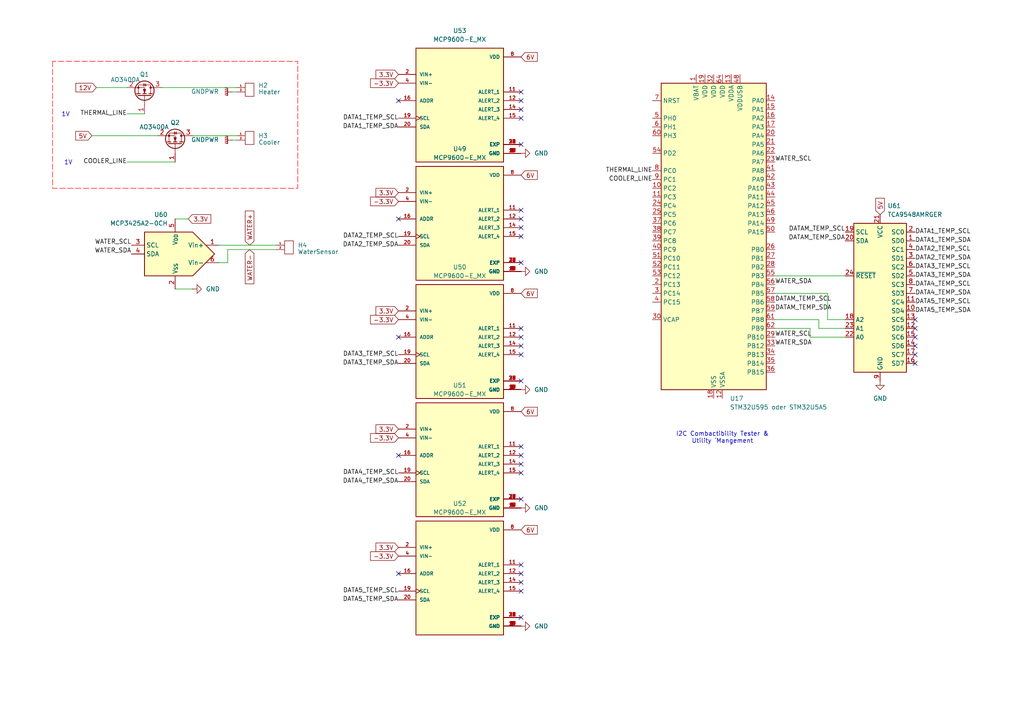
<source format=kicad_sch>
(kicad_sch (version 20250114) (generator "eeschema") (generator_version "9.0")
  (paper "A4")
  (title_block (title "SATELLITE EDGE Module - Rewo") (date "2025-08-03") (rev "1") (company "Duy Nam Schlitz"))
  (lib_symbols
    (symbol "Analog_ADC:MCP3425Axx-xCH"
      (property "Reference" "U" (at -10.16 7.62 0))
      (property "Value" "MCP3425Axx-xCH" (at 2.54 7.62 0))
      (symbol "MCP3425Axx-xCH_0_1"
        (polyline (pts (xy -5.08 6.35) (xy 8.89 6.35) (xy 8.89 0) (xy 8.89 -6.35) (xy -5.08 -6.35) (xy -11.43 0) (xy -5.08 6.35)) (stroke (width 0.254)) (fill (type background)))
      )
      (symbol "MCP3425Axx-xCH_1_1"
        (pin passive line (at -12.7 2.54 0) (length 3.81) (name "Vin+") (number "1"))
        (pin passive line (at -12.7 -2.54 0) (length 3.81) (name "Vin-") (number "6"))
        (pin power_in line (at 0 10.16 270) (length 3.81) (name "V_{DD}") (number "5"))
        (pin power_in line (at 0 -10.16 90) (length 3.81) (name "V_{SS}") (number "2"))
        (pin input line (at 12.7 2.54 180) (length 3.81) (name "SCL") (number "3"))
        (pin bidirectional line (at 12.7 0 180) (length 3.81) (name "SDA") (number "4"))
      )
    )
    (symbol "Interface_Expansion:TCA9548AMRGER"
      (property "Reference" "U" (at -7.62 21.59 0))
      (property "Value" "TCA9548AMRGER" (at 1.016 21.59 0))
      (symbol "TCA9548AMRGER_0_1"
        (rectangle (start -7.62 20.32) (end 7.62 -22.86) (stroke (width 0.254)) (fill (type background)))
      )
      (symbol "TCA9548AMRGER_1_1"
        (pin input line (at -10.16 17.78 0) (length 2.54) (name "SCL") (number "19"))
        (pin bidirectional line (at -10.16 15.24 0) (length 2.54) (name "SDA") (number "20"))
        (pin input line (at -10.16 5.08 0) (length 2.54) (name "~{RESET}") (number "24"))
        (pin input line (at -10.16 -7.62 0) (length 2.54) (name "A2") (number "18"))
        (pin input line (at -10.16 -10.16 0) (length 2.54) (name "A1") (number "23"))
        (pin input line (at -10.16 -12.7 0) (length 2.54) (name "A0") (number "22"))
        (pin no_connect line (at -7.62 -15.24 0) (length 2.54) (hide yes) (name "1EP") (number "25"))
        (pin power_in line (at 0 22.86 270) (length 2.54) (name "VCC") (number "21"))
        (pin power_in line (at 0 -25.4 90) (length 2.54) (name "GND") (number "9"))
        (pin output line (at 10.16 17.78 180) (length 2.54) (name "SC0") (number "2"))
        (pin bidirectional line (at 10.16 15.24 180) (length 2.54) (name "SD0") (number "1"))
        (pin output line (at 10.16 12.7 180) (length 2.54) (name "SC1") (number "4"))
        (pin bidirectional line (at 10.16 10.16 180) (length 2.54) (name "SD1") (number "3"))
        (pin output line (at 10.16 7.62 180) (length 2.54) (name "SC2") (number "6"))
        (pin bidirectional line (at 10.16 5.08 180) (length 2.54) (name "SD2") (number "5"))
        (pin output line (at 10.16 2.54 180) (length 2.54) (name "SC3") (number "8"))
        (pin bidirectional line (at 10.16 0 180) (length 2.54) (name "SD3") (number "7"))
        (pin output line (at 10.16 -2.54 180) (length 2.54) (name "SC4") (number "11"))
        (pin bidirectional line (at 10.16 -5.08 180) (length 2.54) (name "SD4") (number "10"))
        (pin output line (at 10.16 -7.62 180) (length 2.54) (name "SC5") (number "13"))
        (pin bidirectional line (at 10.16 -10.16 180) (length 2.54) (name "SD5") (number "12"))
        (pin output line (at 10.16 -12.7 180) (length 2.54) (name "SC6") (number "15"))
        (pin bidirectional line (at 10.16 -15.24 180) (length 2.54) (name "SD6") (number "14"))
        (pin output line (at 10.16 -17.78 180) (length 2.54) (name "SC7") (number "17"))
        (pin bidirectional line (at 10.16 -20.32 180) (length 2.54) (name "SD7") (number "16"))
      )
    )
    (symbol "MCP9600-E_MX:MCP9600-E_MX" (pin_names (offset 1.016))
      (property "Reference" "U" (at -12.7 19.05 0))
      (property "Value" "MCP9600-E_MX" (at -12.7 -16.51 0))
      (symbol "MCP9600-E_MX_0_0"
        (rectangle (start -12.7 -15.24) (end 12.7 17.78) (stroke (width 0.254)) (fill (type background)))
        (pin input line (at -17.78 10.16 0) (length 5.08) (name "VIN+") (number "2"))
        (pin input line (at -17.78 7.62 0) (length 5.08) (name "VIN-") (number "4"))
        (pin input line (at -17.78 2.54 0) (length 5.08) (name "ADDR") (number "16"))
        (pin input clock (at -17.78 -2.54 0) (length 5.08) (name "SCL") (number "19"))
        (pin bidirectional line (at -17.78 -5.08 0) (length 5.08) (name "SDA") (number "20"))
        (pin power_in line (at 17.78 15.24 180) (length 5.08) (name "VDD") (number "8"))
        (pin output line (at 17.78 5.08 180) (length 5.08) (name "ALERT_1") (number "11"))
        (pin output line (at 17.78 2.54 180) (length 5.08) (name "ALERT_2") (number "12"))
        (pin output line (at 17.78 0 180) (length 5.08) (name "ALERT_3") (number "14"))
        (pin output line (at 17.78 -2.54 180) (length 5.08) (name "ALERT_4") (number "15"))
        (pin power_in line (at 17.78 -10.16 180) (length 5.08) (name "EXP") (number "21"))
        (pin power_in line (at 17.78 -10.16 180) (length 5.08) (name "EXP") (number "22"))
        (pin power_in line (at 17.78 -10.16 180) (length 5.08) (name "EXP") (number "23"))
        (pin power_in line (at 17.78 -10.16 180) (length 5.08) (name "EXP") (number "24"))
        (pin power_in line (at 17.78 -10.16 180) (length 5.08) (name "EXP") (number "25"))
        (pin power_in line (at 17.78 -10.16 180) (length 5.08) (name "EXP") (number "26"))
        (pin power_in line (at 17.78 -10.16 180) (length 5.08) (name "EXP") (number "27"))
        (pin power_in line (at 17.78 -10.16 180) (length 5.08) (name "EXP") (number "28"))
        (pin power_in line (at 17.78 -10.16 180) (length 5.08) (name "EXP") (number "29"))
        (pin power_in line (at 17.78 -10.16 180) (length 5.08) (name "EXP") (number "30"))
        (pin power_in line (at 17.78 -12.7 180) (length 5.08) (name "GND") (number "1"))
        (pin power_in line (at 17.78 -12.7 180) (length 5.08) (name "GND") (number "10"))
        (pin power_in line (at 17.78 -12.7 180) (length 5.08) (name "GND") (number "13"))
        (pin power_in line (at 17.78 -12.7 180) (length 5.08) (name "GND") (number "17"))
        (pin power_in line (at 17.78 -12.7 180) (length 5.08) (name "GND") (number "18"))
        (pin power_in line (at 17.78 -12.7 180) (length 5.08) (name "GND") (number "3"))
        (pin power_in line (at 17.78 -12.7 180) (length 5.08) (name "GND") (number "5"))
        (pin power_in line (at 17.78 -12.7 180) (length 5.08) (name "GND") (number "6"))
        (pin power_in line (at 17.78 -12.7 180) (length 5.08) (name "GND") (number "7"))
        (pin power_in line (at 17.78 -12.7 180) (length 5.08) (name "GND") (number "9"))
      )
    )
    (symbol "MCU_ST_STM32U5:STM32U5A5RJTx"
      (property "Reference" "U" (at -15.24 46.99 0))
      (property "Value" "STM32U5A5RJTx" (at 10.16 46.99 0))
      (symbol "STM32U5A5RJTx_0_1"
        (rectangle (start -15.24 -43.18) (end 15.24 45.72) (stroke (width 0.254)) (fill (type background)))
      )
      (symbol "STM32U5A5RJTx_1_1"
        (pin input line (at -17.78 40.64 0) (length 2.54) (name "NRST") (number "7"))
        (pin bidirectional line (at -17.78 35.56 0) (length 2.54) (name "PH0") (number "5"))
        (pin bidirectional line (at -17.78 33.02 0) (length 2.54) (name "PH1") (number "6"))
        (pin bidirectional line (at -17.78 30.48 0) (length 2.54) (name "PH3") (number "60"))
        (pin bidirectional line (at -17.78 25.4 0) (length 2.54) (name "PD2") (number "54"))
        (pin bidirectional line (at -17.78 20.32 0) (length 2.54) (name "PC0") (number "8"))
        (pin bidirectional line (at -17.78 17.78 0) (length 2.54) (name "PC1") (number "9"))
        (pin bidirectional line (at -17.78 15.24 0) (length 2.54) (name "PC2") (number "10"))
        (pin bidirectional line (at -17.78 12.7 0) (length 2.54) (name "PC3") (number "11"))
        (pin bidirectional line (at -17.78 10.16 0) (length 2.54) (name "PC4") (number "24"))
        (pin bidirectional line (at -17.78 7.62 0) (length 2.54) (name "PC5") (number "25"))
        (pin bidirectional line (at -17.78 5.08 0) (length 2.54) (name "PC6") (number "37"))
        (pin bidirectional line (at -17.78 2.54 0) (length 2.54) (name "PC7") (number "38"))
        (pin bidirectional line (at -17.78 0 0) (length 2.54) (name "PC8") (number "39"))
        (pin bidirectional line (at -17.78 -2.54 0) (length 2.54) (name "PC9") (number "40"))
        (pin bidirectional line (at -17.78 -5.08 0) (length 2.54) (name "PC10") (number "51"))
        (pin bidirectional line (at -17.78 -7.62 0) (length 2.54) (name "PC11") (number "52"))
        (pin bidirectional line (at -17.78 -10.16 0) (length 2.54) (name "PC12") (number "53"))
        (pin bidirectional line (at -17.78 -12.7 0) (length 2.54) (name "PC13") (number "2"))
        (pin bidirectional line (at -17.78 -15.24 0) (length 2.54) (name "PC14") (number "3"))
        (pin bidirectional line (at -17.78 -17.78 0) (length 2.54) (name "PC15") (number "4"))
        (pin power_out line (at -17.78 -22.86 0) (length 2.54) (name "VCAP") (number "30"))
        (pin power_in line (at -5.08 48.26 270) (length 2.54) (name "VBAT") (number "1"))
        (pin power_in line (at -2.54 48.26 270) (length 2.54) (name "VDD") (number "19"))
        (pin power_in line (at 0 48.26 270) (length 2.54) (name "VDD") (number "32"))
        (pin power_in line (at 0 -45.72 90) (length 2.54) (name "VSS") (number "18"))
        (pin passive line (at 0 -45.72 90) (length 2.54) (hide yes) (name "VSS") (number "31"))
        (pin passive line (at 0 -45.72 90) (length 2.54) (hide yes) (name "VSS") (number "47"))
        (pin passive line (at 0 -45.72 90) (length 2.54) (hide yes) (name "VSS") (number "63"))
        (pin power_in line (at 2.54 48.26 270) (length 2.54) (name "VDD") (number "64"))
        (pin power_in line (at 2.54 -45.72 90) (length 2.54) (name "VSSA") (number "12"))
        (pin power_in line (at 5.08 48.26 270) (length 2.54) (name "VDDA") (number "13"))
        (pin power_in line (at 7.62 48.26 270) (length 2.54) (name "VDDUSB") (number "48"))
        (pin bidirectional line (at 17.78 40.64 180) (length 2.54) (name "PA0") (number "14"))
        (pin bidirectional line (at 17.78 38.1 180) (length 2.54) (name "PA1") (number "15"))
        (pin bidirectional line (at 17.78 35.56 180) (length 2.54) (name "PA2") (number "16"))
        (pin bidirectional line (at 17.78 33.02 180) (length 2.54) (name "PA3") (number "17"))
        (pin bidirectional line (at 17.78 30.48 180) (length 2.54) (name "PA4") (number "20"))
        (pin bidirectional line (at 17.78 27.94 180) (length 2.54) (name "PA5") (number "21"))
        (pin bidirectional line (at 17.78 25.4 180) (length 2.54) (name "PA6") (number "22"))
        (pin bidirectional line (at 17.78 22.86 180) (length 2.54) (name "PA7") (number "23"))
        (pin bidirectional line (at 17.78 20.32 180) (length 2.54) (name "PA8") (number "41"))
        (pin bidirectional line (at 17.78 17.78 180) (length 2.54) (name "PA9") (number "42"))
        (pin bidirectional line (at 17.78 15.24 180) (length 2.54) (name "PA10") (number "43"))
        (pin bidirectional line (at 17.78 12.7 180) (length 2.54) (name "PA11") (number "44"))
        (pin bidirectional line (at 17.78 10.16 180) (length 2.54) (name "PA12") (number "45"))
        (pin bidirectional line (at 17.78 7.62 180) (length 2.54) (name "PA13") (number "46"))
        (pin bidirectional line (at 17.78 5.08 180) (length 2.54) (name "PA14") (number "49"))
        (pin bidirectional line (at 17.78 2.54 180) (length 2.54) (name "PA15") (number "50"))
        (pin bidirectional line (at 17.78 -2.54 180) (length 2.54) (name "PB0") (number "26"))
        (pin bidirectional line (at 17.78 -5.08 180) (length 2.54) (name "PB1") (number "27"))
        (pin bidirectional line (at 17.78 -7.62 180) (length 2.54) (name "PB2") (number "28"))
        (pin bidirectional line (at 17.78 -10.16 180) (length 2.54) (name "PB3") (number "55"))
        (pin bidirectional line (at 17.78 -12.7 180) (length 2.54) (name "PB4") (number "56"))
        (pin bidirectional line (at 17.78 -15.24 180) (length 2.54) (name "PB5") (number "57"))
        (pin bidirectional line (at 17.78 -17.78 180) (length 2.54) (name "PB6") (number "58"))
        (pin bidirectional line (at 17.78 -20.32 180) (length 2.54) (name "PB7") (number "59"))
        (pin bidirectional line (at 17.78 -22.86 180) (length 2.54) (name "PB8") (number "61"))
        (pin bidirectional line (at 17.78 -25.4 180) (length 2.54) (name "PB9") (number "62"))
        (pin bidirectional line (at 17.78 -27.94 180) (length 2.54) (name "PB10") (number "29"))
        (pin bidirectional line (at 17.78 -30.48 180) (length 2.54) (name "PB12") (number "33"))
        (pin bidirectional line (at 17.78 -33.02 180) (length 2.54) (name "PB13") (number "34"))
        (pin bidirectional line (at 17.78 -35.56 180) (length 2.54) (name "PB14") (number "35"))
        (pin bidirectional line (at 17.78 -38.1 180) (length 2.54) (name "PB15") (number "36"))
      )
    )
    (symbol "Resistor:1x2_PINS"
      (property "Reference" "H" (at 2.286 0 0))
      (symbol "1x2_PINS_0_1"
        (rectangle (start -1.27 2.54) (end 1.27 -1.27))
      )
      (symbol "1x2_PINS_1_1"
        (pin bidirectional line (at -3.81 1.27 0) (length 2.54) (name "") (number "1"))
        (pin bidirectional line (at -3.81 0 0) (length 2.54) (name "") (number "2"))
      )
    )
    (symbol "Transistor_FET:AO3400A" (pin_names (offset 0) (hide yes))
      (property "Reference" "Q" (at 5.08 1.905 0))
      (property "Value" "AO3400A" (at 5.08 0 0))
      (symbol "AO3400A_0_1"
        (polyline (pts (xy 0.254 1.905) (xy 0.254 -1.905)) (stroke (width 0.254)))
        (polyline (pts (xy 0.254 0) (xy -2.54 0)))
        (polyline (pts (xy 0.762 2.286) (xy 0.762 1.27)) (stroke (width 0.254)))
        (polyline (pts (xy 0.762 0.508) (xy 0.762 -0.508)) (stroke (width 0.254)))
        (polyline (pts (xy 0.762 -1.27) (xy 0.762 -2.286)) (stroke (width 0.254)))
        (polyline (pts (xy 0.762 -1.778) (xy 3.302 -1.778) (xy 3.302 1.778) (xy 0.762 1.778)))
        (polyline (pts (xy 1.016 0) (xy 2.032 0.381) (xy 2.032 -0.381) (xy 1.016 0)) (fill (type outline)))
        (circle (center 1.651 0) (radius 2.794) (stroke (width 0.254)))
        (polyline (pts (xy 2.54 2.54) (xy 2.54 1.778)))
        (circle (center 2.54 1.778) (radius 0.254) (fill (type outline)))
        (circle (center 2.54 -1.778) (radius 0.254) (fill (type outline)))
        (polyline (pts (xy 2.54 -2.54) (xy 2.54 0) (xy 0.762 0)))
        (polyline (pts (xy 2.921 0.381) (xy 3.683 0.381)))
        (polyline (pts (xy 3.302 0.381) (xy 2.921 -0.254) (xy 3.683 -0.254) (xy 3.302 0.381)))
      )
      (symbol "AO3400A_1_1"
        (pin input line (at -5.08 0 0) (length 2.54) (name "G") (number "1"))
        (pin passive line (at 2.54 5.08 270) (length 2.54) (name "D") (number "3"))
        (pin passive line (at 2.54 -5.08 90) (length 2.54) (name "S") (number "2"))
      )
    )
    (symbol "power:GND" (power) (pin_numbers (hide yes)) (pin_names (offset 0) (hide yes))
      (property "Value" "GND" (at 0 -3.81 0))
      (symbol "GND_0_1"
        (polyline (pts (xy 0 0) (xy 0 -1.27) (xy 1.27 -1.27) (xy 0 -2.54) (xy -1.27 -1.27) (xy 0 -1.27)))
      )
      (symbol "GND_1_1"
        (pin power_in line (at 0 0 270) (length 0) (name "~") (number "1"))
      )
    )
    (symbol "power:GNDPWR" (power) (pin_numbers (hide yes)) (pin_names (offset 0) (hide yes))
      (property "Value" "GNDPWR" (at 0 -3.302 0))
      (symbol "GNDPWR_0_1"
        (polyline (pts (xy -1.016 -1.27) (xy -1.27 -2.032) (xy -1.27 -2.032)) (stroke (width 0.2032)))
        (polyline (pts (xy -0.508 -1.27) (xy -0.762 -2.032) (xy -0.762 -2.032)) (stroke (width 0.2032)))
        (polyline (pts (xy 0 -1.27) (xy 0 0)))
        (polyline (pts (xy 0 -1.27) (xy -0.254 -2.032) (xy -0.254 -2.032)) (stroke (width 0.2032)))
        (polyline (pts (xy 0.508 -1.27) (xy 0.254 -2.032) (xy 0.254 -2.032)) (stroke (width 0.2032)))
        (polyline (pts (xy 1.016 -1.27) (xy -1.016 -1.27) (xy -1.016 -1.27)) (stroke (width 0.2032)))
        (polyline (pts (xy 1.016 -1.27) (xy 0.762 -2.032) (xy 0.762 -2.032) (xy 0.762 -2.032)) (stroke (width 0.2032)))
      )
      (symbol "GNDPWR_1_1"
        (pin power_in line (at 0 0 270) (length 0) (name "~") (number "1"))
      )
    )
  )
  (text "1V" (at 19.812 47.244 0) (effects (font (size 1.27 1.27))))
  (text "I2C Combactibility Tester &\nUtility ´Mangement" (at 209.55 127 0) (effects (font (size 1.27 1.27))))
  (text "1V" (at 19.05 33.274 0) (effects (font (size 1.27 1.27))))
  (no_connect (at 151.13 100.33))
  (no_connect (at 151.13 66.04))
  (no_connect (at 151.13 60.96))
  (no_connect (at 151.13 29.21))
  (no_connect (at 151.13 137.16))
  (no_connect (at 265.43 95.25))
  (no_connect (at 151.13 163.83))
  (no_connect (at 151.13 34.29))
  (no_connect (at 151.13 31.75))
  (no_connect (at 151.13 134.62))
  (no_connect (at 151.13 132.08))
  (no_connect (at 151.13 129.54))
  (no_connect (at 151.13 63.5))
  (no_connect (at 115.57 97.79))
  (no_connect (at 265.43 100.33))
  (no_connect (at 265.43 102.87))
  (no_connect (at 151.13 179.07))
  (no_connect (at 115.57 29.21))
  (no_connect (at 151.13 76.2))
  (no_connect (at 115.57 132.08))
  (no_connect (at 151.13 102.87))
  (no_connect (at 151.13 41.91))
  (no_connect (at 115.57 166.37))
  (no_connect (at 151.13 144.78))
  (no_connect (at 265.43 97.79))
  (no_connect (at 151.13 68.58))
  (no_connect (at 265.43 92.71))
  (no_connect (at 115.57 63.5))
  (no_connect (at 151.13 171.45))
  (no_connect (at 265.43 105.41))
  (no_connect (at 151.13 26.67))
  (no_connect (at 151.13 166.37))
  (no_connect (at 151.13 95.25))
  (no_connect (at 151.13 168.91))
  (no_connect (at 151.13 97.79))
  (no_connect (at 151.13 110.49))
  (wire (pts (xy 224.79 95.25) (xy 234.95 95.25)))
  (wire (pts (xy 63.5 76.2) (xy 66.04 76.2)))
  (wire (pts (xy 224.79 92.71) (xy 237.49 92.71)))
  (wire (pts (xy 240.03 92.71) (xy 245.11 92.71)))
  (wire (pts (xy 54.61 63.5) (xy 50.8 63.5)))
  (wire (pts (xy 27.94 25.4) (xy 36.83 25.4)))
  (wire (pts (xy 66.04 72.39) (xy 80.01 72.39)))
  (wire (pts (xy 237.49 95.25) (xy 245.11 95.25)))
  (wire (pts (xy 55.88 83.82) (xy 50.8 83.82)))
  (wire (pts (xy 67.31 26.67) (xy 68.58 26.67)))
  (wire (pts (xy 63.5 71.12) (xy 80.01 71.12)))
  (wire (pts (xy 36.83 46.99) (xy 50.8 46.99)))
  (wire (pts (xy 46.99 25.4) (xy 68.58 25.4)))
  (wire (pts (xy 224.79 80.01) (xy 245.11 80.01)))
  (wire (pts (xy 55.88 39.37) (xy 68.58 39.37)))
  (wire (pts (xy 237.49 92.71) (xy 237.49 95.25)))
  (wire (pts (xy 234.95 95.25) (xy 234.95 97.79)))
  (wire (pts (xy 224.79 85.09) (xy 240.03 85.09)))
  (wire (pts (xy 240.03 85.09) (xy 240.03 92.71)))
  (wire (pts (xy 26.67 39.37) (xy 45.72 39.37)))
  (wire (pts (xy 234.95 97.79) (xy 245.11 97.79)))
  (wire (pts (xy 66.04 76.2) (xy 66.04 72.39)))
  (wire (pts (xy 36.83 33.02) (xy 41.91 33.02)))
  (wire (pts (xy 67.31 40.64) (xy 68.58 40.64)))
  (label "WATER_SDA" (at 38.1 73.66 180))
  (label "DATAM_TEMP_SDA" (at 224.79 90.17 0))
  (label "DATA1_TEMP_SDA" (at 115.57 36.83 180) (property "Intersheetrefs" "${INTERSHEET_REFS}" (effects (hide yes))))
  (label "DATA3_TEMP_SCL" (at 115.57 102.87 180) (property "Intersheetrefs" "${INTERSHEET_REFS}" (effects (hide yes))))
  (label "DATA5_TEMP_SDA" (at 115.57 173.99 180) (property "Intersheetrefs" "${INTERSHEET_REFS}" (effects (hide yes))))
  (label "DATAM_TEMP_SDA" (at 245.11 69.85 180))
  (label "DATA2_TEMP_SCL" (at 265.43 72.39 0) (property "Intersheetrefs" "${INTERSHEET_REFS}" (effects (hide yes))))
  (label "WATER_SDA" (at 224.79 100.33 0))
  (label "DATA5_TEMP_SDA" (at 265.43 90.17 0) (property "Intersheetrefs" "${INTERSHEET_REFS}" (effects (hide yes))))
  (label "WATER_SCL" (at 38.1 71.12 180))
  (label "DATA2_TEMP_SDA" (at 115.57 71.12 180) (property "Intersheetrefs" "${INTERSHEET_REFS}" (effects (hide yes))))
  (label "DATAM_TEMP_SCL" (at 245.11 67.31 180))
  (label "DATA1_TEMP_SCL" (at 115.57 34.29 180) (property "Intersheetrefs" "${INTERSHEET_REFS}" (effects (hide yes))))
  (label "DATA4_TEMP_SDA" (at 265.43 85.09 0) (property "Intersheetrefs" "${INTERSHEET_REFS}" (effects (hide yes))))
  (label "COOLER_LINE" (at 36.83 46.99 180) (property "Intersheetrefs" "${INTERSHEET_REFS}" (effects (hide yes))))
  (label "DATA4_TEMP_SDA" (at 115.57 139.7 180) (property "Intersheetrefs" "${INTERSHEET_REFS}" (effects (hide yes))))
  (label "DATA4_TEMP_SCL" (at 115.57 137.16 180) (property "Intersheetrefs" "${INTERSHEET_REFS}" (effects (hide yes))))
  (label "DATA5_TEMP_SCL" (at 265.43 87.63 0) (property "Intersheetrefs" "${INTERSHEET_REFS}" (effects (hide yes))))
  (label "WATER_SCL" (at 224.79 97.79 0))
  (label "WATER_SCL" (at 224.79 46.99 0))
  (label "COOLER_LINE" (at 189.23 52.07 180) (property "Intersheetrefs" "${INTERSHEET_REFS}" (effects (hide yes))))
  (label "DATAM_TEMP_SCL" (at 224.79 87.63 0))
  (label "DATA5_TEMP_SCL" (at 115.57 171.45 180) (property "Intersheetrefs" "${INTERSHEET_REFS}" (effects (hide yes))))
  (label "DATA2_TEMP_SCL" (at 115.57 68.58 180) (property "Intersheetrefs" "${INTERSHEET_REFS}" (effects (hide yes))))
  (label "WATER_SDA" (at 224.79 82.55 0))
  (label "DATA3_TEMP_SDA" (at 265.43 80.01 0) (property "Intersheetrefs" "${INTERSHEET_REFS}" (effects (hide yes))))
  (label "DATA2_TEMP_SDA" (at 265.43 74.93 0) (property "Intersheetrefs" "${INTERSHEET_REFS}" (effects (hide yes))))
  (label "DATA1_TEMP_SDA" (at 265.43 69.85 0) (property "Intersheetrefs" "${INTERSHEET_REFS}" (effects (hide yes))))
  (label "DATA4_TEMP_SCL" (at 265.43 82.55 0) (property "Intersheetrefs" "${INTERSHEET_REFS}" (effects (hide yes))))
  (label "DATA3_TEMP_SDA" (at 115.57 105.41 180) (property "Intersheetrefs" "${INTERSHEET_REFS}" (effects (hide yes))))
  (label "THERMAL_LINE" (at 189.23 49.53 180) (property "Intersheetrefs" "${INTERSHEET_REFS}" (effects (hide yes))))
  (label "DATA1_TEMP_SCL" (at 265.43 67.31 0) (property "Intersheetrefs" "${INTERSHEET_REFS}" (effects (hide yes))))
  (label "THERMAL_LINE" (at 36.83 33.02 180) (property "Intersheetrefs" "${INTERSHEET_REFS}" (effects (hide yes))))
  (label "DATA3_TEMP_SCL" (at 265.43 77.47 0) (property "Intersheetrefs" "${INTERSHEET_REFS}" (effects (hide yes))))
  (global_label "3.3V" (shape input) (at 115.57 21.59 180) (property "Intersheetrefs" "${INTERSHEET_REFS}" (effects (hide yes))))
  (global_label "-3.3V" (shape input) (at 115.57 161.29 180) (property "Intersheetrefs" "${INTERSHEET_REFS}" (effects (hide yes))))
  (global_label "-3.3V" (shape input) (at 115.57 92.71 180) (property "Intersheetrefs" "${INTERSHEET_REFS}" (effects (hide yes))))
  (global_label "-3.3V" (shape input) (at 115.57 127 180) (property "Intersheetrefs" "${INTERSHEET_REFS}" (effects (hide yes))))
  (global_label "6V" (shape input) (at 151.13 85.09 0) (property "Intersheetrefs" "${INTERSHEET_REFS}" (effects (hide yes))))
  (global_label "WATER+" (shape input) (at 72.39 71.12 90) (property "Intersheetrefs" "${INTERSHEET_REFS}" (effects (hide yes))))
  (global_label "6V" (shape input) (at 151.13 16.51 0) (property "Intersheetrefs" "${INTERSHEET_REFS}" (effects (hide yes))))
  (global_label "12V" (shape input) (at 27.94 25.4 180) (property "Intersheetrefs" "${INTERSHEET_REFS}" (effects (hide yes))))
  (global_label "-3.3V" (shape input) (at 115.57 24.13 180) (property "Intersheetrefs" "${INTERSHEET_REFS}" (effects (hide yes))))
  (global_label "6V" (shape input) (at 151.13 153.67 0) (property "Intersheetrefs" "${INTERSHEET_REFS}" (effects (hide yes))))
  (global_label "3.3V" (shape input) (at 115.57 158.75 180) (property "Intersheetrefs" "${INTERSHEET_REFS}" (effects (hide yes))))
  (global_label "3.3V" (shape input) (at 115.57 124.46 180) (property "Intersheetrefs" "${INTERSHEET_REFS}" (effects (hide yes))))
  (global_label "3.3V" (shape input) (at 54.61 63.5 0) (property "Intersheetrefs" "${INTERSHEET_REFS}" (effects (hide yes))))
  (global_label "3.3V" (shape input) (at 115.57 90.17 180) (property "Intersheetrefs" "${INTERSHEET_REFS}" (effects (hide yes))))
  (global_label "-3.3V" (shape input) (at 115.57 58.42 180) (property "Intersheetrefs" "${INTERSHEET_REFS}" (effects (hide yes))))
  (global_label "6V" (shape input) (at 151.13 50.8 0) (property "Intersheetrefs" "${INTERSHEET_REFS}" (effects (hide yes))))
  (global_label "3.3V" (shape input) (at 115.57 55.88 180) (property "Intersheetrefs" "${INTERSHEET_REFS}" (effects (hide yes))))
  (global_label "5V" (shape input) (at 26.67 39.37 180) (property "Intersheetrefs" "${INTERSHEET_REFS}" (effects (hide yes))))
  (global_label "5V" (shape input) (at 255.27 62.23 90) (property "Intersheetrefs" "${INTERSHEET_REFS}" (effects (hide yes))))
  (global_label "WATER-" (shape input) (at 72.39 72.39 270) (property "Intersheetrefs" "${INTERSHEET_REFS}" (effects (hide yes))))
  (global_label "6V" (shape input) (at 151.13 119.38 0) (property "Intersheetrefs" "${INTERSHEET_REFS}" (effects (hide yes))))
  (rule_area (polyline (pts (xy 15.24 17.78) (xy 15.24 54.61) (xy 86.36 54.61) (xy 86.36 17.78)) (stroke (width 0) (type dash))))
  (symbol (lib_id "Transistor_FET:AO3400A") (at 41.91 27.94 270) (mirror x) (unit 1)
    (property "Reference" "Q1" (at 41.91 21.59 90))
    (property "Value" "AO3400A" (at 36.322 23.114 90))
    (property "Footprint" "Package_TO_SOT_SMD:SOT-23" (effects (hide yes)))
    (property "Datasheet" "http://www.aosmd.com/pdfs/datasheet/AO3400A.pdf" (effects (hide yes)))
    (property "Description" "30V Vds, 5.7A Id, N-Channel MOSFET, SOT-23" (effects (hide yes)))
  )
  (symbol (lib_id "Resistor:1x2_PINS") (at 72.39 40.64 0) (unit 1)
    (property "Reference" "H3" (at 74.93 39.37 0) (effects (justify left)))
    (property "Value" "Cooler" (at 74.93 41.2749 0) (effects (justify left)))
    (property "Footprint" "Connector_PinHeader_2.54mm:PinHeader_1x02_P2.54mm_Vertical" (effects (hide yes)))
  )
  (symbol (lib_id "Resistor:1x2_PINS") (at 83.82 72.39 0) (unit 1)
    (property "Reference" "H4" (at 86.36 71.12 0) (effects (justify left)))
    (property "Value" "WaterSensor" (at 86.36 73.0249 0) (effects (justify left)))
    (property "Footprint" "Connector_PinHeader_2.54mm:PinHeader_1x02_P2.54mm_Vertical" (effects (hide yes)))
  )
  (symbol (lib_id "Transistor_FET:AO3400A") (at 50.8 41.91 270) (mirror x) (unit 1)
    (property "Reference" "Q2" (at 50.8 35.56 90))
    (property "Value" "AO3400A" (at 44.704 36.83 90))
    (property "Footprint" "Package_TO_SOT_SMD:SOT-23" (effects (hide yes)))
    (property "Datasheet" "http://www.aosmd.com/pdfs/datasheet/AO3400A.pdf" (effects (hide yes)))
    (property "Description" "30V Vds, 5.7A Id, N-Channel MOSFET, SOT-23" (effects (hide yes)))
  )
  (symbol (lib_id "power:GND") (at 255.27 110.49 0) (unit 1)
    (property "Reference" "#PWR039" (effects (hide yes)))
    (property "Value" "GND" (at 255.27 115.57 0))
    (property "Description" "Power symbol creates a global label with name \"GND\" , ground" (effects (hide yes)))
  )
  (symbol (lib_id "power:GND") (at 151.13 181.61 90) (unit 1)
    (property "Reference" "#PWR038" (effects (hide yes)))
    (property "Value" "GND" (at 154.94 181.6099 90) (effects (justify right)))
    (property "Description" "Power symbol creates a global label with name \"GND\" , ground" (effects (hide yes)))
  )
  (symbol (lib_id "power:GND") (at 151.13 147.32 90) (unit 1)
    (property "Reference" "#PWR037" (effects (hide yes)))
    (property "Value" "GND" (at 154.94 147.3199 90) (effects (justify right)))
    (property "Description" "Power symbol creates a global label with name \"GND\" , ground" (effects (hide yes)))
  )
  (symbol (lib_id "MCP9600-E_MX:MCP9600-E_MX") (at 133.35 100.33 0) (unit 1)
    (property "Reference" "U50" (at 133.35 77.47 0))
    (property "Value" "MCP9600-E_MX" (at 133.35 80.01 0))
    (property "Footprint" "MCP9600-E_MX:QFN65P500X500X100-21N_MCP9600-E_MX" (effects (hide yes)))
    (property "MF" "Microchip" (effects (hide yes)))
    (property "MAXIMUM_PACKAGE_HEIGHT" "1.00mm" (effects (hide yes)))
    (property "Package" "VQFN-20 Microchip" (effects (hide yes)))
    (property "Price" "None" (effects (hide yes)))
    (property "Check_prices" "https://www.snapeda.com/parts/MCP9600-E/MX/Microchip/view-part/?ref=eda" (effects (hide yes)))
    (property "STANDARD" "IPC-7351B" (effects (hide yes)))
    (property "PARTREV" "F" (effects (hide yes)))
    (property "SnapEDA_Link" "https://www.snapeda.com/parts/MCP9600-E/MX/Microchip/view-part/?ref=snap" (effects (hide yes)))
    (property "MP" "MCP9600-E/MX" (effects (hide yes)))
    (property "Description_1" "IC THERMOCOUPLE TO I2C 20MQFN" (effects (hide yes)))
    (property "Availability" "In Stock" (effects (hide yes)))
    (property "MANUFACTURER" "Microchip" (effects (hide yes)))
  )
  (symbol (lib_id "power:GND") (at 55.88 83.82 90) (unit 1)
    (property "Reference" "#PWR097" (effects (hide yes)))
    (property "Value" "GND" (at 59.69 83.8199 90) (effects (justify right)))
    (property "Description" "Power symbol creates a global label with name \"GND\" , ground" (effects (hide yes)))
  )
  (symbol (lib_id "MCP9600-E_MX:MCP9600-E_MX") (at 133.35 168.91 0) (unit 1)
    (property "Reference" "U52" (at 133.35 146.05 0))
    (property "Value" "MCP9600-E_MX" (at 133.35 148.59 0))
    (property "Footprint" "MCP9600-E_MX:QFN65P500X500X100-21N_MCP9600-E_MX" (effects (hide yes)))
    (property "MF" "Microchip" (effects (hide yes)))
    (property "MAXIMUM_PACKAGE_HEIGHT" "1.00mm" (effects (hide yes)))
    (property "Package" "VQFN-20 Microchip" (effects (hide yes)))
    (property "Price" "None" (effects (hide yes)))
    (property "Check_prices" "https://www.snapeda.com/parts/MCP9600-E/MX/Microchip/view-part/?ref=eda" (effects (hide yes)))
    (property "STANDARD" "IPC-7351B" (effects (hide yes)))
    (property "PARTREV" "F" (effects (hide yes)))
    (property "SnapEDA_Link" "https://www.snapeda.com/parts/MCP9600-E/MX/Microchip/view-part/?ref=snap" (effects (hide yes)))
    (property "MP" "MCP9600-E/MX" (effects (hide yes)))
    (property "Description_1" "IC THERMOCOUPLE TO I2C 20MQFN" (effects (hide yes)))
    (property "Availability" "In Stock" (effects (hide yes)))
    (property "MANUFACTURER" "Microchip" (effects (hide yes)))
  )
  (symbol (lib_id "MCP9600-E_MX:MCP9600-E_MX") (at 133.35 134.62 0) (unit 1)
    (property "Reference" "U51" (at 133.35 111.76 0))
    (property "Value" "MCP9600-E_MX" (at 133.35 114.3 0))
    (property "Footprint" "MCP9600-E_MX:QFN65P500X500X100-21N_MCP9600-E_MX" (effects (hide yes)))
    (property "MF" "Microchip" (effects (hide yes)))
    (property "MAXIMUM_PACKAGE_HEIGHT" "1.00mm" (effects (hide yes)))
    (property "Package" "VQFN-20 Microchip" (effects (hide yes)))
    (property "Price" "None" (effects (hide yes)))
    (property "Check_prices" "https://www.snapeda.com/parts/MCP9600-E/MX/Microchip/view-part/?ref=eda" (effects (hide yes)))
    (property "STANDARD" "IPC-7351B" (effects (hide yes)))
    (property "PARTREV" "F" (effects (hide yes)))
    (property "SnapEDA_Link" "https://www.snapeda.com/parts/MCP9600-E/MX/Microchip/view-part/?ref=snap" (effects (hide yes)))
    (property "MP" "MCP9600-E/MX" (effects (hide yes)))
    (property "Description_1" "IC THERMOCOUPLE TO I2C 20MQFN" (effects (hide yes)))
    (property "Availability" "In Stock" (effects (hide yes)))
    (property "MANUFACTURER" "Microchip" (effects (hide yes)))
  )
  (symbol (lib_id "MCP9600-E_MX:MCP9600-E_MX") (at 133.35 66.04 0) (unit 1)
    (property "Reference" "U49" (at 133.35 43.18 0))
    (property "Value" "MCP9600-E_MX" (at 133.35 45.72 0))
    (property "Footprint" "MCP9600-E_MX:QFN65P500X500X100-21N_MCP9600-E_MX" (effects (hide yes)))
    (property "MF" "Microchip" (effects (hide yes)))
    (property "MAXIMUM_PACKAGE_HEIGHT" "1.00mm" (effects (hide yes)))
    (property "Package" "VQFN-20 Microchip" (effects (hide yes)))
    (property "Price" "None" (effects (hide yes)))
    (property "Check_prices" "https://www.snapeda.com/parts/MCP9600-E/MX/Microchip/view-part/?ref=eda" (effects (hide yes)))
    (property "STANDARD" "IPC-7351B" (effects (hide yes)))
    (property "PARTREV" "F" (effects (hide yes)))
    (property "SnapEDA_Link" "https://www.snapeda.com/parts/MCP9600-E/MX/Microchip/view-part/?ref=snap" (effects (hide yes)))
    (property "MP" "MCP9600-E/MX" (effects (hide yes)))
    (property "Description_1" "IC THERMOCOUPLE TO I2C 20MQFN" (effects (hide yes)))
    (property "Availability" "In Stock" (effects (hide yes)))
    (property "MANUFACTURER" "Microchip" (effects (hide yes)))
  )
  (symbol (lib_id "power:GND") (at 151.13 44.45 90) (unit 1)
    (property "Reference" "#PWR045" (effects (hide yes)))
    (property "Value" "GND" (at 154.94 44.4499 90) (effects (justify right)))
    (property "Description" "Power symbol creates a global label with name \"GND\" , ground" (effects (hide yes)))
  )
  (symbol (lib_id "Analog_ADC:MCP3425Axx-xCH") (at 50.8 73.66 0) (mirror y) (unit 1)
    (property "Reference" "U60" (at 48.6567 62.23 0) (effects (justify left)))
    (property "Value" "MCP3425A2-0CH" (at 48.6567 64.77 0) (effects (justify left)))
    (property "Footprint" "Package_TO_SOT_SMD:SOT-23-6" (effects (hide yes)))
    (property "Datasheet" "http://ww1.microchip.com/downloads/en/DeviceDoc/22072b.pdf" (effects (hide yes)))
    (property "Description" "Single Delta-Sigma 16bit Analog to Digital Converter, I2C Interface, SOT-23-6" (effects (hide yes)))
  )
  (symbol (lib_id "Resistor:1x2_PINS") (at 72.39 26.67 0) (unit 1)
    (property "Reference" "H2" (at 74.93 24.7649 0) (effects (justify left)))
    (property "Value" "Heater" (at 74.93 26.67 0) (effects (justify left)))
    (property "Footprint" "Connector_PinHeader_2.54mm:PinHeader_1x02_P2.54mm_Vertical" (effects (hide yes)))
  )
  (symbol (lib_id "power:GNDPWR") (at 67.31 26.67 270) (unit 1)
    (property "Reference" "#PWR031" (effects (hide yes)))
    (property "Value" "GNDPWR" (at 63.5 26.5429 90) (effects (justify right)))
    (property "Description" "Power symbol creates a global label with name \"GNDPWR\" , global ground" (effects (hide yes)))
  )
  (symbol (lib_id "power:GND") (at 151.13 113.03 90) (unit 1)
    (property "Reference" "#PWR036" (effects (hide yes)))
    (property "Value" "GND" (at 154.94 113.0299 90) (effects (justify right)))
    (property "Description" "Power symbol creates a global label with name \"GND\" , ground" (effects (hide yes)))
  )
  (symbol (lib_id "power:GNDPWR") (at 67.31 40.64 270) (unit 1)
    (property "Reference" "#PWR032" (effects (hide yes)))
    (property "Value" "GNDPWR" (at 63.5 40.5129 90) (effects (justify right)))
    (property "Description" "Power symbol creates a global label with name \"GNDPWR\" , global ground" (effects (hide yes)))
  )
  (symbol (lib_id "MCP9600-E_MX:MCP9600-E_MX") (at 133.35 31.75 0) (unit 1)
    (property "Reference" "U53" (at 133.35 8.89 0))
    (property "Value" "MCP9600-E_MX" (at 133.35 11.43 0))
    (property "Footprint" "MCP9600-E_MX:QFN65P500X500X100-21N_MCP9600-E_MX" (effects (hide yes)))
    (property "MF" "Microchip" (effects (hide yes)))
    (property "MAXIMUM_PACKAGE_HEIGHT" "1.00mm" (effects (hide yes)))
    (property "Package" "VQFN-20 Microchip" (effects (hide yes)))
    (property "Price" "None" (effects (hide yes)))
    (property "Check_prices" "https://www.snapeda.com/parts/MCP9600-E/MX/Microchip/view-part/?ref=eda" (effects (hide yes)))
    (property "STANDARD" "IPC-7351B" (effects (hide yes)))
    (property "PARTREV" "F" (effects (hide yes)))
    (property "SnapEDA_Link" "https://www.snapeda.com/parts/MCP9600-E/MX/Microchip/view-part/?ref=snap" (effects (hide yes)))
    (property "MP" "MCP9600-E/MX" (effects (hide yes)))
    (property "Description_1" "IC THERMOCOUPLE TO I2C 20MQFN" (effects (hide yes)))
    (property "Availability" "In Stock" (effects (hide yes)))
    (property "MANUFACTURER" "Microchip" (effects (hide yes)))
  )
  (symbol (lib_id "power:GND") (at 151.13 78.74 90) (unit 1)
    (property "Reference" "#PWR010" (effects (hide yes)))
    (property "Value" "GND" (at 154.94 78.7399 90) (effects (justify right)))
    (property "Description" "Power symbol creates a global label with name \"GND\" , ground" (effects (hide yes)))
  )
  (symbol (lib_id "Interface_Expansion:TCA9548AMRGER") (at 255.27 85.09 0) (unit 1)
    (property "Reference" "U61" (at 257.4133 59.69 0) (effects (justify left)))
    (property "Value" "TCA9548AMRGER" (at 257.4133 62.23 0) (effects (justify left)))
    (property "Footprint" "Package_DFN_QFN:Texas_RGE0024C_VQFN-24-1EP_4x4mm_P0.5mm_EP2.1x2.1mm" (effects (hide yes)))
    (property "Datasheet" "http://www.ti.com/lit/ds/symlink/tca9548a.pdf" (effects (hide yes)))
    (property "Description" "Low voltage 8-channel I2C switch with reset, VQFN-24" (effects (hide yes)))
  )
  (symbol (lib_id "MCU_ST_STM32U5:STM32U5A5RJTx") (at 207.01 69.85 0) (unit 1)
    (property "Reference" "U17" (at 211.6933 115.57 0) (effects (justify left)))
    (property "Value" "STM32U595 oder STM32U5A5" (at 211.6933 118.11 0) (effects (justify left)))
    (property "Footprint" "Package_QFP:LQFP-64_10x10mm_P0.5mm" (effects (hide yes)))
    (property "Datasheet" "https://www.st.com/resource/en/datasheet/stm32u5a5rj.pdf" (effects (hide yes)))
    (property "Description" "STMicroelectronics Arm Cortex-M33 MCU, 4096KB flash, 2514KB RAM, 51 GPIO, LQFP64" (effects (hide yes)))
  )
)
</source>
